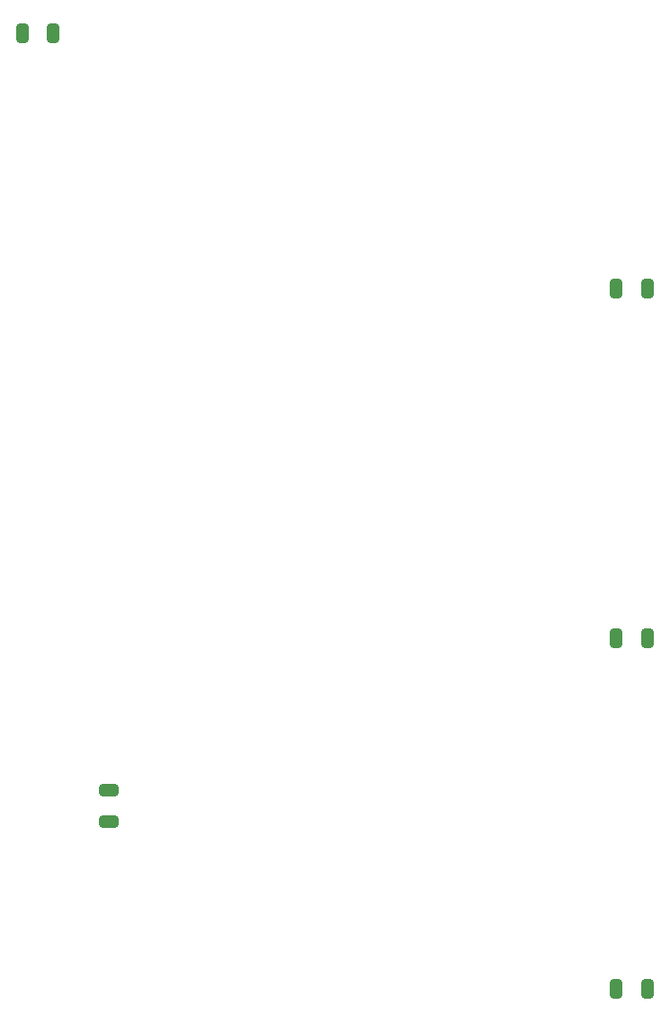
<source format=gbr>
%TF.GenerationSoftware,KiCad,Pcbnew,7.0.5-7.0.5~ubuntu22.04.1*%
%TF.CreationDate,2025-02-26T12:57:44+00:00*%
%TF.ProjectId,PBA0019-T50-6-trap,50424130-3031-4392-9d54-35302d362d74,1.0*%
%TF.SameCoordinates,Original*%
%TF.FileFunction,Paste,Bot*%
%TF.FilePolarity,Positive*%
%FSLAX46Y46*%
G04 Gerber Fmt 4.6, Leading zero omitted, Abs format (unit mm)*
G04 Created by KiCad (PCBNEW 7.0.5-7.0.5~ubuntu22.04.1) date 2025-02-26 12:57:44*
%MOMM*%
%LPD*%
G01*
G04 APERTURE LIST*
G04 Aperture macros list*
%AMRoundRect*
0 Rectangle with rounded corners*
0 $1 Rounding radius*
0 $2 $3 $4 $5 $6 $7 $8 $9 X,Y pos of 4 corners*
0 Add a 4 corners polygon primitive as box body*
4,1,4,$2,$3,$4,$5,$6,$7,$8,$9,$2,$3,0*
0 Add four circle primitives for the rounded corners*
1,1,$1+$1,$2,$3*
1,1,$1+$1,$4,$5*
1,1,$1+$1,$6,$7*
1,1,$1+$1,$8,$9*
0 Add four rect primitives between the rounded corners*
20,1,$1+$1,$2,$3,$4,$5,0*
20,1,$1+$1,$4,$5,$6,$7,0*
20,1,$1+$1,$6,$7,$8,$9,0*
20,1,$1+$1,$8,$9,$2,$3,0*%
G04 Aperture macros list end*
%ADD10RoundRect,0.249999X0.325001X0.650001X-0.325001X0.650001X-0.325001X-0.650001X0.325001X-0.650001X0*%
%ADD11RoundRect,0.249999X-0.650001X0.325001X-0.650001X-0.325001X0.650001X-0.325001X0.650001X0.325001X0*%
%ADD12RoundRect,0.249999X-0.325001X-0.650001X0.325001X-0.650001X0.325001X0.650001X-0.325001X0.650001X0*%
G04 APERTURE END LIST*
D10*
%TO.C,C2*%
X171700000Y-67000000D03*
X168750000Y-67000000D03*
%TD*%
%TO.C,C2*%
X171700000Y-100000000D03*
X168750000Y-100000000D03*
%TD*%
%TO.C,C2*%
X171700000Y-133000000D03*
X168750000Y-133000000D03*
%TD*%
D11*
%TO.C,C2*%
X121000000Y-114300000D03*
X121000000Y-117250000D03*
%TD*%
D12*
%TO.C,C2*%
X112800000Y-43000000D03*
X115750000Y-43000000D03*
%TD*%
M02*

</source>
